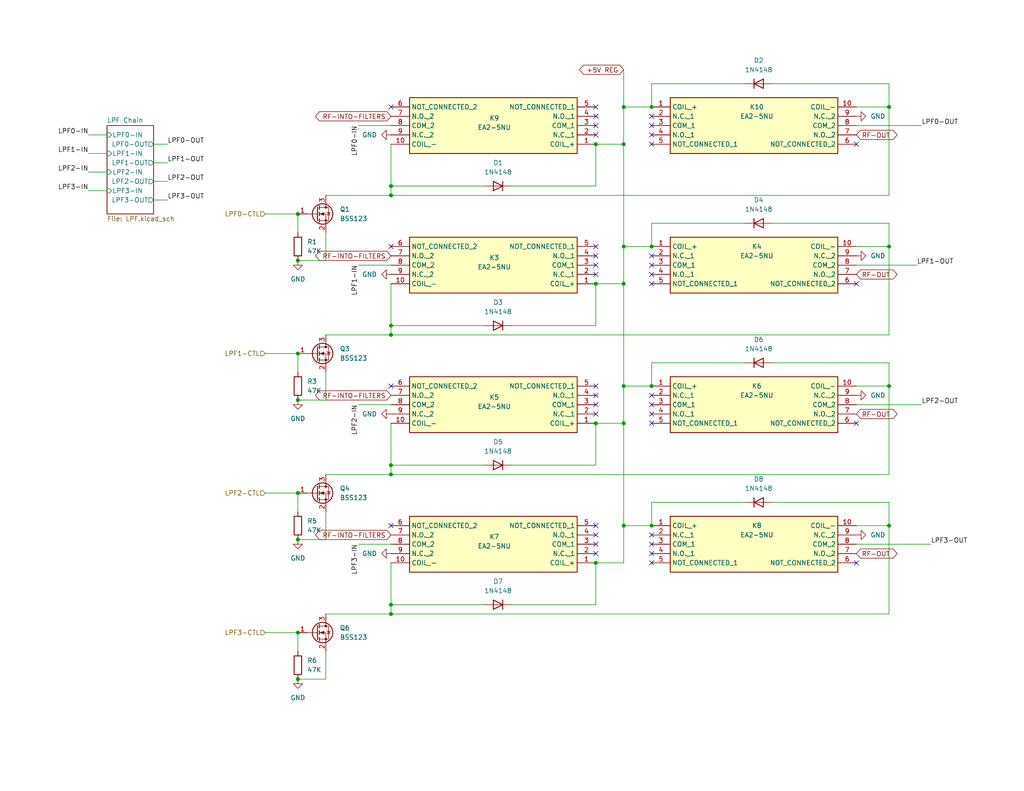
<source format=kicad_sch>
(kicad_sch (version 20231120) (generator "eeschema") (generator_version "8.0")
  (paper "USLetter")
  (title_block (title "QMX+ Amp") (date "2024-08-13") (rev "v0.6") (company "WA7GIL"))
  (lib_symbols
    (symbol "Device:R" (pin_numbers hide) (pin_names (offset 0))
      (property "Reference" "R" (at 2.032 0 90))
      (property "Value" "R" (at 0 0 90))
      (symbol "R_0_1"
        (rectangle (start -1.016 -2.54) (end 1.016 2.54) (stroke (width 0.254)))
      )
      (symbol "R_1_1"
        (pin passive line (at 0 3.81 270) (length 1.27) (name "~") (number "1"))
        (pin passive line (at 0 -3.81 90) (length 1.27) (name "~") (number "2"))
      )
    )
    (symbol "Diode:1N4148" (pin_numbers hide) (pin_names hide)
      (property "Reference" "D" (at 0 2.54 0))
      (property "Value" "1N4148" (at 0 -2.54 0))
      (symbol "1N4148_0_1"
        (polyline (pts (xy -1.27 1.27) (xy -1.27 -1.27)) (stroke (width 0.254)))
        (polyline (pts (xy 1.27 0) (xy -1.27 0)))
        (polyline (pts (xy 1.27 1.27) (xy 1.27 -1.27) (xy -1.27 0) (xy 1.27 1.27)) (stroke (width 0.254)))
      )
      (symbol "1N4148_1_1"
        (pin passive line (at -3.81 0 0) (length 2.54) (name "K") (number "1"))
        (pin passive line (at 3.81 0 180) (length 2.54) (name "A") (number "2"))
      )
    )
    (symbol "Transistor_FET:BSS123" (pin_names hide)
      (property "Reference" "Q" (at 5.08 1.905 0))
      (property "Value" "BSS123" (at 5.08 0 0))
      (symbol "BSS123_0_1"
        (polyline (pts (xy 0.254 0) (xy -2.54 0)))
        (polyline (pts (xy 0.254 1.905) (xy 0.254 -1.905)) (stroke (width 0.254)))
        (polyline (pts (xy 0.762 -1.27) (xy 0.762 -2.286)) (stroke (width 0.254)))
        (polyline (pts (xy 0.762 0.508) (xy 0.762 -0.508)) (stroke (width 0.254)))
        (polyline (pts (xy 0.762 2.286) (xy 0.762 1.27)) (stroke (width 0.254)))
        (polyline (pts (xy 2.54 2.54) (xy 2.54 1.778)))
        (polyline (pts (xy 2.54 -2.54) (xy 2.54 0) (xy 0.762 0)))
        (polyline (pts (xy 0.762 -1.778) (xy 3.302 -1.778) (xy 3.302 1.778) (xy 0.762 1.778)))
        (polyline (pts (xy 1.016 0) (xy 2.032 0.381) (xy 2.032 -0.381) (xy 1.016 0)) (fill (type outline)))
        (polyline (pts (xy 2.794 0.508) (xy 2.921 0.381) (xy 3.683 0.381) (xy 3.81 0.254)))
        (polyline (pts (xy 3.302 0.381) (xy 2.921 -0.254) (xy 3.683 -0.254) (xy 3.302 0.381)))
        (circle (center 1.651 0) (radius 2.794) (stroke (width 0.254)))
        (circle (center 2.54 -1.778) (radius 0.254) (fill (type outline)))
        (circle (center 2.54 1.778) (radius 0.254) (fill (type outline)))
      )
      (symbol "BSS123_1_1"
        (pin input line (at -5.08 0 0) (length 2.54) (name "G") (number "1"))
        (pin passive line (at 2.54 -5.08 90) (length 2.54) (name "S") (number "2"))
        (pin passive line (at 2.54 5.08 270) (length 2.54) (name "D") (number "3"))
      )
    )
    (symbol "ZZZMyLibrary:EA2-5NU"
      (property "Reference" "K" (at 52.07 7.62 0))
      (property "Value" "EA2-5NU" (at 52.07 5.08 0))
      (symbol "EA2-5NU_1_1"
        (rectangle (start 5.08 2.54) (end 50.8 -12.7) (stroke (width 0.254)) (fill (type background)))
        (pin passive line (at 0 0 0) (length 5.08) (name "COIL_+") (number "1"))
        (pin passive line (at 55.88 0 180) (length 5.08) (name "COIL_-") (number "10"))
        (pin passive line (at 0 -2.54 0) (length 5.08) (name "N.C._1") (number "2"))
        (pin passive line (at 0 -5.08 0) (length 5.08) (name "COM_1") (number "3"))
        (pin passive line (at 0 -7.62 0) (length 5.08) (name "N.O._1") (number "4"))
        (pin passive line (at 0 -10.16 0) (length 5.08) (name "NOT_CONNECTED_1") (number "5"))
        (pin passive line (at 55.88 -10.16 180) (length 5.08) (name "NOT_CONNECTED_2") (number "6"))
        (pin passive line (at 55.88 -7.62 180) (length 5.08) (name "N.O._2") (number "7"))
        (pin passive line (at 55.88 -5.08 180) (length 5.08) (name "COM_2") (number "8"))
        (pin passive line (at 55.88 -2.54 180) (length 5.08) (name "N.C._2") (number "9"))
      )
    )
    (symbol "power:GND" (power) (pin_numbers hide) (pin_names (offset 0) hide)
      (property "Value" "GND" (at 0 -3.81 0))
      (symbol "GND_0_1"
        (polyline (pts (xy 0 0) (xy 0 -1.27) (xy 1.27 -1.27) (xy 0 -2.54) (xy -1.27 -1.27) (xy 0 -1.27)))
      )
      (symbol "GND_1_1"
        (pin power_in line (at 0 0 270) (length 0) (name "~") (number "1"))
      )
    )
  )
  (junction (at 170.18 29.21))
  (junction (at 170.18 39.37))
  (junction (at 177.8 105.41))
  (junction (at 81.28 109.22))
  (junction (at 177.8 67.31))
  (junction (at 170.18 143.51))
  (junction (at 170.18 67.31))
  (junction (at 242.57 105.41))
  (junction (at 106.68 167.64))
  (junction (at 106.68 50.8))
  (junction (at 242.57 29.21))
  (junction (at 242.57 143.51))
  (junction (at 106.68 165.1))
  (junction (at 162.56 153.67))
  (junction (at 162.56 115.57))
  (junction (at 162.56 39.37))
  (junction (at 106.68 129.54))
  (junction (at 106.68 91.44))
  (junction (at 81.28 58.42))
  (junction (at 170.18 105.41))
  (junction (at 170.18 115.57))
  (junction (at 81.28 71.12))
  (junction (at 81.28 147.32))
  (junction (at 242.57 67.31))
  (junction (at 81.28 185.42))
  (junction (at 170.18 77.47))
  (junction (at 106.68 127))
  (junction (at 81.28 134.62))
  (junction (at 106.68 88.9))
  (junction (at 81.28 172.72))
  (junction (at 162.56 77.47))
  (junction (at 106.68 53.34))
  (junction (at 177.8 143.51))
  (junction (at 81.28 96.52))
  (junction (at 177.8 29.21))
  (no_connect (at 177.8 115.57))
  (no_connect (at 162.56 143.51))
  (no_connect (at 162.56 107.95))
  (no_connect (at 106.68 105.41))
  (no_connect (at 106.68 67.31))
  (no_connect (at 177.8 74.93))
  (no_connect (at 177.8 113.03))
  (no_connect (at 177.8 107.95))
  (no_connect (at 162.56 72.39))
  (no_connect (at 106.68 143.51))
  (no_connect (at 162.56 69.85))
  (no_connect (at 177.8 36.83))
  (no_connect (at 162.56 74.93))
  (no_connect (at 177.8 72.39))
  (no_connect (at 177.8 34.29))
  (no_connect (at 162.56 29.21))
  (no_connect (at 162.56 34.29))
  (no_connect (at 233.68 115.57))
  (no_connect (at 177.8 110.49))
  (no_connect (at 162.56 148.59))
  (no_connect (at 233.68 39.37))
  (no_connect (at 177.8 31.75))
  (no_connect (at 177.8 77.47))
  (no_connect (at 106.68 29.21))
  (no_connect (at 162.56 67.31))
  (no_connect (at 177.8 69.85))
  (no_connect (at 162.56 110.49))
  (no_connect (at 162.56 146.05))
  (no_connect (at 177.8 151.13))
  (no_connect (at 177.8 153.67))
  (no_connect (at 233.68 77.47))
  (no_connect (at 177.8 146.05))
  (no_connect (at 177.8 148.59))
  (no_connect (at 162.56 151.13))
  (no_connect (at 162.56 105.41))
  (no_connect (at 162.56 113.03))
  (no_connect (at 162.56 31.75))
  (no_connect (at 162.56 36.83))
  (no_connect (at 233.68 153.67))
  (no_connect (at 177.8 39.37))
  (wire (pts (xy 132.08 50.8) (xy 106.68 50.8)))
  (wire (pts (xy 106.68 167.64) (xy 106.68 165.1)))
  (wire (pts (xy 72.39 96.52) (xy 81.28 96.52)))
  (wire (pts (xy 242.57 67.31) (xy 233.68 67.31)))
  (wire (pts (xy 170.18 77.47) (xy 162.56 77.47)))
  (wire (pts (xy 97.79 34.29) (xy 106.68 34.29)))
  (wire (pts (xy 88.9 129.54) (xy 106.68 129.54)))
  (wire (pts (xy 81.28 134.62) (xy 81.28 139.7)))
  (wire (pts (xy 106.68 91.44) (xy 106.68 88.9)))
  (wire (pts (xy 170.18 67.31) (xy 177.8 67.31)))
  (wire (pts (xy 41.91 39.37) (xy 45.72 39.37)))
  (wire (pts (xy 88.9 71.12) (xy 81.28 71.12)))
  (wire (pts (xy 72.39 134.62) (xy 81.28 134.62)))
  (wire (pts (xy 106.68 167.64) (xy 242.57 167.64)))
  (wire (pts (xy 72.39 172.72) (xy 81.28 172.72)))
  (wire (pts (xy 210.82 137.16) (xy 242.57 137.16)))
  (wire (pts (xy 242.57 60.96) (xy 242.57 67.31)))
  (wire (pts (xy 242.57 91.44) (xy 242.57 67.31)))
  (wire (pts (xy 41.91 44.45) (xy 45.72 44.45)))
  (wire (pts (xy 88.9 53.34) (xy 106.68 53.34)))
  (wire (pts (xy 81.28 172.72) (xy 81.28 177.8)))
  (wire (pts (xy 106.68 129.54) (xy 106.68 127)))
  (wire (pts (xy 41.91 49.53) (xy 45.72 49.53)))
  (wire (pts (xy 233.68 72.39) (xy 250.19 72.39)))
  (wire (pts (xy 170.18 67.31) (xy 170.18 77.47)))
  (wire (pts (xy 242.57 137.16) (xy 242.57 143.51)))
  (wire (pts (xy 24.13 46.99) (xy 29.21 46.99)))
  (wire (pts (xy 24.13 52.07) (xy 29.21 52.07)))
  (wire (pts (xy 81.28 96.52) (xy 81.28 101.6)))
  (wire (pts (xy 106.68 50.8) (xy 106.68 39.37)))
  (wire (pts (xy 106.68 88.9) (xy 106.68 77.47)))
  (wire (pts (xy 162.56 165.1) (xy 162.56 153.67)))
  (wire (pts (xy 177.8 137.16) (xy 177.8 143.51)))
  (wire (pts (xy 242.57 143.51) (xy 233.68 143.51)))
  (wire (pts (xy 203.2 137.16) (xy 177.8 137.16)))
  (wire (pts (xy 88.9 167.64) (xy 106.68 167.64)))
  (wire (pts (xy 177.8 99.06) (xy 177.8 105.41)))
  (wire (pts (xy 170.18 29.21) (xy 170.18 39.37)))
  (wire (pts (xy 170.18 143.51) (xy 170.18 153.67)))
  (wire (pts (xy 233.68 110.49) (xy 251.46 110.49)))
  (wire (pts (xy 139.7 50.8) (xy 162.56 50.8)))
  (wire (pts (xy 177.8 60.96) (xy 177.8 67.31)))
  (wire (pts (xy 162.56 127) (xy 162.56 115.57)))
  (wire (pts (xy 203.2 60.96) (xy 177.8 60.96)))
  (wire (pts (xy 139.7 127) (xy 162.56 127)))
  (wire (pts (xy 242.57 105.41) (xy 233.68 105.41)))
  (wire (pts (xy 97.79 72.39) (xy 106.68 72.39)))
  (wire (pts (xy 233.68 34.29) (xy 251.46 34.29)))
  (wire (pts (xy 170.18 143.51) (xy 170.18 115.57)))
  (wire (pts (xy 170.18 19.05) (xy 170.18 29.21)))
  (wire (pts (xy 97.79 110.49) (xy 106.68 110.49)))
  (wire (pts (xy 139.7 88.9) (xy 162.56 88.9)))
  (wire (pts (xy 242.57 167.64) (xy 242.57 143.51)))
  (wire (pts (xy 132.08 88.9) (xy 106.68 88.9)))
  (wire (pts (xy 41.91 54.61) (xy 45.72 54.61)))
  (wire (pts (xy 170.18 105.41) (xy 170.18 77.47)))
  (wire (pts (xy 24.13 41.91) (xy 29.21 41.91)))
  (wire (pts (xy 106.68 53.34) (xy 106.68 50.8)))
  (wire (pts (xy 88.9 91.44) (xy 106.68 91.44)))
  (wire (pts (xy 162.56 88.9) (xy 162.56 77.47)))
  (wire (pts (xy 170.18 67.31) (xy 170.18 39.37)))
  (wire (pts (xy 106.68 129.54) (xy 242.57 129.54)))
  (wire (pts (xy 203.2 99.06) (xy 177.8 99.06)))
  (wire (pts (xy 88.9 147.32) (xy 81.28 147.32)))
  (wire (pts (xy 210.82 60.96) (xy 242.57 60.96)))
  (wire (pts (xy 106.68 91.44) (xy 242.57 91.44)))
  (wire (pts (xy 88.9 177.8) (xy 88.9 185.42)))
  (wire (pts (xy 97.79 148.59) (xy 106.68 148.59)))
  (wire (pts (xy 170.18 143.51) (xy 177.8 143.51)))
  (wire (pts (xy 170.18 105.41) (xy 170.18 115.57)))
  (wire (pts (xy 170.18 105.41) (xy 177.8 105.41)))
  (wire (pts (xy 132.08 165.1) (xy 106.68 165.1)))
  (wire (pts (xy 88.9 139.7) (xy 88.9 147.32)))
  (wire (pts (xy 24.13 36.83) (xy 29.21 36.83)))
  (wire (pts (xy 88.9 109.22) (xy 81.28 109.22)))
  (wire (pts (xy 132.08 127) (xy 106.68 127)))
  (wire (pts (xy 233.68 148.59) (xy 254 148.59)))
  (wire (pts (xy 88.9 185.42) (xy 81.28 185.42)))
  (wire (pts (xy 242.57 22.86) (xy 242.57 29.21)))
  (wire (pts (xy 106.68 165.1) (xy 106.68 153.67)))
  (wire (pts (xy 242.57 129.54) (xy 242.57 105.41)))
  (wire (pts (xy 106.68 127) (xy 106.68 115.57)))
  (wire (pts (xy 170.18 153.67) (xy 162.56 153.67)))
  (wire (pts (xy 106.68 53.34) (xy 242.57 53.34)))
  (wire (pts (xy 162.56 50.8) (xy 162.56 39.37)))
  (wire (pts (xy 210.82 22.86) (xy 242.57 22.86)))
  (wire (pts (xy 88.9 101.6) (xy 88.9 109.22)))
  (wire (pts (xy 242.57 99.06) (xy 242.57 105.41)))
  (wire (pts (xy 72.39 58.42) (xy 81.28 58.42)))
  (wire (pts (xy 81.28 58.42) (xy 81.28 63.5)))
  (wire (pts (xy 210.82 99.06) (xy 242.57 99.06)))
  (wire (pts (xy 170.18 29.21) (xy 177.8 29.21)))
  (wire (pts (xy 242.57 53.34) (xy 242.57 29.21)))
  (wire (pts (xy 177.8 22.86) (xy 177.8 29.21)))
  (wire (pts (xy 242.57 29.21) (xy 233.68 29.21)))
  (wire (pts (xy 139.7 165.1) (xy 162.56 165.1)))
  (wire (pts (xy 162.56 39.37) (xy 170.18 39.37)))
  (wire (pts (xy 170.18 115.57) (xy 162.56 115.57)))
  (wire (pts (xy 88.9 63.5) (xy 88.9 71.12)))
  (wire (pts (xy 203.2 22.86) (xy 177.8 22.86)))
  (label "LPF0-IN" (at 24.13 36.83 180))
  (label "LPF3-IN" (at 97.79 148.59 270))
  (label "LPF0-OUT" (at 251.46 34.29 0))
  (label "LPF2-IN" (at 24.13 46.99 180))
  (label "LPF3-OUT" (at 254 148.59 0))
  (label "LPF1-IN" (at 97.79 72.39 270))
  (label "LPF0-IN" (at 97.79 34.29 270))
  (label "LPF0-OUT" (at 45.72 39.37 0))
  (label "LPF3-IN" (at 24.13 52.07 180))
  (label "LPF2-OUT" (at 45.72 49.53 0))
  (label "LPF1-OUT" (at 250.19 72.39 0))
  (label "LPF1-IN" (at 24.13 41.91 180))
  (label "LPF2-OUT" (at 251.46 110.49 0))
  (label "LPF2-IN" (at 97.79 110.49 270))
  (label "LPF1-OUT" (at 45.72 44.45 0))
  (label "LPF3-OUT" (at 45.72 54.61 0))
  (global_label "+5V REG" (shape bidirectional) (at 170.18 19.05 180) (property "Intersheetrefs" "${INTERSHEET_REFS}" (effects (hide yes))))
  (global_label "RF-OUT" (shape bidirectional) (at 233.68 151.13 0) (property "Intersheetrefs" "${INTERSHEET_REFS}" (effects (hide yes))))
  (global_label "RF-INTO-FILTERS" (shape bidirectional) (at 106.68 146.05 180) (property "Intersheetrefs" "${INTERSHEET_REFS}" (effects (hide yes))))
  (global_label "RF-INTO-FILTERS" (shape bidirectional) (at 106.68 107.95 180) (property "Intersheetrefs" "${INTERSHEET_REFS}" (effects (hide yes))))
  (global_label "RF-OUT" (shape bidirectional) (at 233.68 74.93 0) (property "Intersheetrefs" "${INTERSHEET_REFS}" (effects (hide yes))))
  (global_label "RF-INTO-FILTERS" (shape bidirectional) (at 106.68 69.85 180) (property "Intersheetrefs" "${INTERSHEET_REFS}" (effects (hide yes))))
  (global_label "RF-INTO-FILTERS" (shape bidirectional) (at 106.68 31.75 180) (property "Intersheetrefs" "${INTERSHEET_REFS}" (effects (hide yes))))
  (global_label "RF-OUT" (shape bidirectional) (at 233.68 113.03 0) (property "Intersheetrefs" "${INTERSHEET_REFS}" (effects (hide yes))))
  (global_label "RF-OUT" (shape bidirectional) (at 233.68 36.83 0) (property "Intersheetrefs" "${INTERSHEET_REFS}" (effects (hide yes))))
  (hierarchical_label "LPF0-CTL" (shape input) (at 72.39 58.42 180))
  (hierarchical_label "LPF2-CTL" (shape input) (at 72.39 134.62 180))
  (hierarchical_label "LPF1-CTL" (shape input) (at 72.39 96.52 180))
  (hierarchical_label "LPF3-CTL" (shape input) (at 72.39 172.72 180))
  (symbol (lib_id "power:GND") (at 233.68 31.75 90) (unit 1)
    (property "Reference" "#PWR01" (effects (hide yes)))
    (property "Value" "GND" (at 237.49 31.7499 90) (effects (justify right)))
    (property "Description" "Power symbol creates a global label with name \"GND\" , ground" (effects (hide yes)))
  )
  (symbol (lib_id "ZZZMyLibrary:EA2-5NU") (at 177.8 67.31 0) (unit 1)
    (property "Reference" "K4" (at 206.502 67.31 0))
    (property "Value" "EA2-5NU" (at 206.502 69.85 0))
    (property "Footprint" "DIPS762W70P254L1420H540Q10N" (effects (hide yes)))
    (property "Datasheet" "https://content.kemet.com/datasheets/KEM_R7001_EA2_EB2.pdf" (effects (hide yes)))
    (property "Description" "KEMET, EA2, Relays, Signal, 5 V, 220 V, 250 VAC, 1 A, 75 mOhms, 1 GOhms, 14.2mm, 9.2mm, 5.4mm" (effects (hide yes)))
    (property "Height" "5.4" (effects (hide yes)))
    (property "Mouser Part Number" "551-EA2-5NU" (effects (hide yes)))
    (property "Mouser Price/Stock" "https://www.mouser.co.uk/ProductDetail/KEMET/EA2-5NU?qs=UeqeubEbzTX2QGWq8LyCiw%3D%3D" (effects (hide yes)))
    (property "Manufacturer_Name" "KEMET" (effects (hide yes)))
    (property "Manufacturer_Part_Number" "EA2-5NU" (effects (hide yes)))
  )
  (symbol (lib_id "Device:R") (at 81.28 105.41 0) (unit 1)
    (property "Reference" "R3" (at 83.82 104.1399 0) (effects (justify left)))
    (property "Value" "47K" (at 83.82 106.6799 0) (effects (justify left)))
    (property "Description" "Resistor" (effects (hide yes)))
  )
  (symbol (lib_id "Diode:1N4148") (at 135.89 88.9 180) (unit 1)
    (property "Reference" "D3" (at 135.89 82.55 0))
    (property "Value" "1N4148" (at 135.89 85.09 0))
    (property "Footprint" "Diode_THT:D_DO-35_SOD27_P7.62mm_Horizontal" (effects (hide yes)))
    (property "Datasheet" "https://assets.nexperia.com/documents/data-sheet/1N4148_1N4448.pdf" (effects (hide yes)))
    (property "Description" "100V 0.15A standard switching diode, DO-35" (effects (hide yes)))
    (property "Sim.Device" "D" (effects (hide yes)))
    (property "Sim.Pins" "1=K 2=A" (effects (hide yes)))
  )
  (symbol (lib_id "Transistor_FET:BSS123") (at 86.36 172.72 0) (unit 1)
    (property "Reference" "Q6" (at 92.71 171.4499 0) (effects (justify left)))
    (property "Value" "BSS123" (at 92.71 173.9899 0) (effects (justify left)))
    (property "Footprint" "Package_TO_SOT_SMD:SOT-23" (effects (hide yes)))
    (property "Datasheet" "http://www.diodes.com/assets/Datasheets/ds30366.pdf" (effects (hide yes)))
    (property "Description" "0.17A Id, 100V Vds, N-Channel MOSFET, SOT-23" (effects (hide yes)))
  )
  (symbol (lib_id "power:GND") (at 106.68 151.13 270) (unit 1)
    (property "Reference" "#PWR050" (effects (hide yes)))
    (property "Value" "GND" (at 102.87 151.1299 90) (effects (justify right)))
    (property "Description" "Power symbol creates a global label with name \"GND\" , ground" (effects (hide yes)))
  )
  (symbol (lib_id "ZZZMyLibrary:EA2-5NU") (at 162.56 115.57 180) (unit 1)
    (property "Reference" "K5" (at 134.874 108.458 0))
    (property "Value" "EA2-5NU" (at 134.874 110.998 0))
    (property "Footprint" "DIPS762W70P254L1420H540Q10N" (effects (hide yes)))
    (property "Datasheet" "https://content.kemet.com/datasheets/KEM_R7001_EA2_EB2.pdf" (effects (hide yes)))
    (property "Description" "KEMET, EA2, Relays, Signal, 5 V, 220 V, 250 VAC, 1 A, 75 mOhms, 1 GOhms, 14.2mm, 9.2mm, 5.4mm" (effects (hide yes)))
    (property "Height" "5.4" (effects (hide yes)))
    (property "Mouser Part Number" "551-EA2-5NU" (effects (hide yes)))
    (property "Mouser Price/Stock" "https://www.mouser.co.uk/ProductDetail/KEMET/EA2-5NU?qs=UeqeubEbzTX2QGWq8LyCiw%3D%3D" (effects (hide yes)))
    (property "Manufacturer_Name" "KEMET" (effects (hide yes)))
    (property "Manufacturer_Part_Number" "EA2-5NU" (effects (hide yes)))
  )
  (symbol (lib_id "Transistor_FET:BSS123") (at 86.36 58.42 0) (unit 1)
    (property "Reference" "Q1" (at 92.71 57.1499 0) (effects (justify left)))
    (property "Value" "BSS123" (at 92.71 59.6899 0) (effects (justify left)))
    (property "Footprint" "Package_TO_SOT_SMD:SOT-23" (effects (hide yes)))
    (property "Datasheet" "http://www.diodes.com/assets/Datasheets/ds30366.pdf" (effects (hide yes)))
    (property "Description" "0.17A Id, 100V Vds, N-Channel MOSFET, SOT-23" (effects (hide yes)))
  )
  (symbol (lib_id "Transistor_FET:BSS123") (at 86.36 96.52 0) (unit 1)
    (property "Reference" "Q3" (at 92.71 95.2499 0) (effects (justify left)))
    (property "Value" "BSS123" (at 92.71 97.7899 0) (effects (justify left)))
    (property "Footprint" "Package_TO_SOT_SMD:SOT-23" (effects (hide yes)))
    (property "Datasheet" "http://www.diodes.com/assets/Datasheets/ds30366.pdf" (effects (hide yes)))
    (property "Description" "0.17A Id, 100V Vds, N-Channel MOSFET, SOT-23" (effects (hide yes)))
  )
  (symbol (lib_id "ZZZMyLibrary:EA2-5NU") (at 177.8 105.41 0) (unit 1)
    (property "Reference" "K6" (at 206.502 105.41 0))
    (property "Value" "EA2-5NU" (at 206.502 107.95 0))
    (property "Footprint" "DIPS762W70P254L1420H540Q10N" (effects (hide yes)))
    (property "Datasheet" "https://content.kemet.com/datasheets/KEM_R7001_EA2_EB2.pdf" (effects (hide yes)))
    (property "Description" "KEMET, EA2, Relays, Signal, 5 V, 220 V, 250 VAC, 1 A, 75 mOhms, 1 GOhms, 14.2mm, 9.2mm, 5.4mm" (effects (hide yes)))
    (property "Height" "5.4" (effects (hide yes)))
    (property "Mouser Part Number" "551-EA2-5NU" (effects (hide yes)))
    (property "Mouser Price/Stock" "https://www.mouser.co.uk/ProductDetail/KEMET/EA2-5NU?qs=UeqeubEbzTX2QGWq8LyCiw%3D%3D" (effects (hide yes)))
    (property "Manufacturer_Name" "KEMET" (effects (hide yes)))
    (property "Manufacturer_Part_Number" "EA2-5NU" (effects (hide yes)))
  )
  (symbol (lib_id "power:GND") (at 233.68 146.05 90) (unit 1)
    (property "Reference" "#PWR048" (effects (hide yes)))
    (property "Value" "GND" (at 237.49 146.0499 90) (effects (justify right)))
    (property "Description" "Power symbol creates a global label with name \"GND\" , ground" (effects (hide yes)))
  )
  (symbol (lib_id "ZZZMyLibrary:EA2-5NU") (at 177.8 29.21 0) (unit 1)
    (property "Reference" "K10" (at 206.502 29.21 0))
    (property "Value" "EA2-5NU" (at 206.502 31.75 0))
    (property "Footprint" "DIPS762W70P254L1420H540Q10N" (effects (hide yes)))
    (property "Datasheet" "https://content.kemet.com/datasheets/KEM_R7001_EA2_EB2.pdf" (effects (hide yes)))
    (property "Description" "KEMET, EA2, Relays, Signal, 5 V, 220 V, 250 VAC, 1 A, 75 mOhms, 1 GOhms, 14.2mm, 9.2mm, 5.4mm" (effects (hide yes)))
    (property "Height" "5.4" (effects (hide yes)))
    (property "Mouser Part Number" "551-EA2-5NU" (effects (hide yes)))
    (property "Mouser Price/Stock" "https://www.mouser.co.uk/ProductDetail/KEMET/EA2-5NU?qs=UeqeubEbzTX2QGWq8LyCiw%3D%3D" (effects (hide yes)))
    (property "Manufacturer_Name" "KEMET" (effects (hide yes)))
    (property "Manufacturer_Part_Number" "EA2-5NU" (effects (hide yes)))
  )
  (symbol (lib_id "ZZZMyLibrary:EA2-5NU") (at 162.56 153.67 180) (unit 1)
    (property "Reference" "K7" (at 134.874 146.558 0))
    (property "Value" "EA2-5NU" (at 134.874 149.098 0))
    (property "Footprint" "DIPS762W70P254L1420H540Q10N" (effects (hide yes)))
    (property "Datasheet" "https://content.kemet.com/datasheets/KEM_R7001_EA2_EB2.pdf" (effects (hide yes)))
    (property "Description" "KEMET, EA2, Relays, Signal, 5 V, 220 V, 250 VAC, 1 A, 75 mOhms, 1 GOhms, 14.2mm, 9.2mm, 5.4mm" (effects (hide yes)))
    (property "Height" "5.4" (effects (hide yes)))
    (property "Mouser Part Number" "551-EA2-5NU" (effects (hide yes)))
    (property "Mouser Price/Stock" "https://www.mouser.co.uk/ProductDetail/KEMET/EA2-5NU?qs=UeqeubEbzTX2QGWq8LyCiw%3D%3D" (effects (hide yes)))
    (property "Manufacturer_Name" "KEMET" (effects (hide yes)))
    (property "Manufacturer_Part_Number" "EA2-5NU" (effects (hide yes)))
  )
  (symbol (lib_id "Transistor_FET:BSS123") (at 86.36 134.62 0) (unit 1)
    (property "Reference" "Q4" (at 92.71 133.3499 0) (effects (justify left)))
    (property "Value" "BSS123" (at 92.71 135.8899 0) (effects (justify left)))
    (property "Footprint" "Package_TO_SOT_SMD:SOT-23" (effects (hide yes)))
    (property "Datasheet" "http://www.diodes.com/assets/Datasheets/ds30366.pdf" (effects (hide yes)))
    (property "Description" "0.17A Id, 100V Vds, N-Channel MOSFET, SOT-23" (effects (hide yes)))
  )
  (symbol (lib_id "power:GND") (at 81.28 185.42 0) (unit 1)
    (property "Reference" "#PWR07" (effects (hide yes)))
    (property "Value" "GND" (at 81.28 190.5 0))
    (property "Description" "Power symbol creates a global label with name \"GND\" , ground" (effects (hide yes)))
  )
  (symbol (lib_id "power:GND") (at 233.68 107.95 90) (unit 1)
    (property "Reference" "#PWR047" (effects (hide yes)))
    (property "Value" "GND" (at 237.49 107.9499 90) (effects (justify right)))
    (property "Description" "Power symbol creates a global label with name \"GND\" , ground" (effects (hide yes)))
  )
  (symbol (lib_id "Device:R") (at 81.28 67.31 0) (unit 1)
    (property "Reference" "R1" (at 83.82 66.0399 0) (effects (justify left)))
    (property "Value" "47K" (at 83.82 68.5799 0) (effects (justify left)))
    (property "Description" "Resistor" (effects (hide yes)))
  )
  (symbol (lib_id "power:GND") (at 106.68 74.93 270) (unit 1)
    (property "Reference" "#PWR09" (effects (hide yes)))
    (property "Value" "GND" (at 102.87 74.9299 90) (effects (justify right)))
    (property "Description" "Power symbol creates a global label with name \"GND\" , ground" (effects (hide yes)))
  )
  (symbol (lib_id "Device:R") (at 81.28 143.51 0) (unit 1)
    (property "Reference" "R5" (at 83.82 142.2399 0) (effects (justify left)))
    (property "Value" "47K" (at 83.82 144.7799 0) (effects (justify left)))
    (property "Description" "Resistor" (effects (hide yes)))
  )
  (symbol (lib_id "power:GND") (at 233.68 69.85 90) (unit 1)
    (property "Reference" "#PWR046" (effects (hide yes)))
    (property "Value" "GND" (at 237.49 69.8499 90) (effects (justify right)))
    (property "Description" "Power symbol creates a global label with name \"GND\" , ground" (effects (hide yes)))
  )
  (symbol (lib_id "power:GND") (at 106.68 36.83 270) (unit 1)
    (property "Reference" "#PWR08" (effects (hide yes)))
    (property "Value" "GND" (at 102.87 36.8299 90) (effects (justify right)))
    (property "Description" "Power symbol creates a global label with name \"GND\" , ground" (effects (hide yes)))
  )
  (symbol (lib_id "Diode:1N4148") (at 207.01 137.16 0) (unit 1)
    (property "Reference" "D8" (at 207.01 130.81 0))
    (property "Value" "1N4148" (at 207.01 133.35 0))
    (property "Footprint" "Diode_THT:D_DO-35_SOD27_P7.62mm_Horizontal" (effects (hide yes)))
    (property "Datasheet" "https://assets.nexperia.com/documents/data-sheet/1N4148_1N4448.pdf" (effects (hide yes)))
    (property "Description" "100V 0.15A standard switching diode, DO-35" (effects (hide yes)))
    (property "Sim.Device" "D" (effects (hide yes)))
    (property "Sim.Pins" "1=K 2=A" (effects (hide yes)))
  )
  (symbol (lib_id "Diode:1N4148") (at 135.89 165.1 180) (unit 1)
    (property "Reference" "D7" (at 135.89 158.75 0))
    (property "Value" "1N4148" (at 135.89 161.29 0))
    (property "Footprint" "Diode_THT:D_DO-35_SOD27_P7.62mm_Horizontal" (effects (hide yes)))
    (property "Datasheet" "https://assets.nexperia.com/documents/data-sheet/1N4148_1N4448.pdf" (effects (hide yes)))
    (property "Description" "100V 0.15A standard switching diode, DO-35" (effects (hide yes)))
    (property "Sim.Device" "D" (effects (hide yes)))
    (property "Sim.Pins" "1=K 2=A" (effects (hide yes)))
  )
  (symbol (lib_id "Diode:1N4148") (at 207.01 99.06 0) (unit 1)
    (property "Reference" "D6" (at 207.01 92.71 0))
    (property "Value" "1N4148" (at 207.01 95.25 0))
    (property "Footprint" "Diode_THT:D_DO-35_SOD27_P7.62mm_Horizontal" (effects (hide yes)))
    (property "Datasheet" "https://assets.nexperia.com/documents/data-sheet/1N4148_1N4448.pdf" (effects (hide yes)))
    (property "Description" "100V 0.15A standard switching diode, DO-35" (effects (hide yes)))
    (property "Sim.Device" "D" (effects (hide yes)))
    (property "Sim.Pins" "1=K 2=A" (effects (hide yes)))
  )
  (symbol (lib_id "ZZZMyLibrary:EA2-5NU") (at 162.56 77.47 180) (unit 1)
    (property "Reference" "K3" (at 134.874 70.358 0))
    (property "Value" "EA2-5NU" (at 134.874 72.898 0))
    (property "Footprint" "DIPS762W70P254L1420H540Q10N" (effects (hide yes)))
    (property "Datasheet" "https://content.kemet.com/datasheets/KEM_R7001_EA2_EB2.pdf" (effects (hide yes)))
    (property "Description" "KEMET, EA2, Relays, Signal, 5 V, 220 V, 250 VAC, 1 A, 75 mOhms, 1 GOhms, 14.2mm, 9.2mm, 5.4mm" (effects (hide yes)))
    (property "Height" "5.4" (effects (hide yes)))
    (property "Mouser Part Number" "551-EA2-5NU" (effects (hide yes)))
    (property "Mouser Price/Stock" "https://www.mouser.co.uk/ProductDetail/KEMET/EA2-5NU?qs=UeqeubEbzTX2QGWq8LyCiw%3D%3D" (effects (hide yes)))
    (property "Manufacturer_Name" "KEMET" (effects (hide yes)))
    (property "Manufacturer_Part_Number" "EA2-5NU" (effects (hide yes)))
  )
  (symbol (lib_id "ZZZMyLibrary:EA2-5NU") (at 162.56 39.37 180) (unit 1)
    (property "Reference" "K9" (at 134.874 32.258 0))
    (property "Value" "EA2-5NU" (at 134.874 34.798 0))
    (property "Footprint" "DIPS762W70P254L1420H540Q10N" (effects (hide yes)))
    (property "Datasheet" "https://content.kemet.com/datasheets/KEM_R7001_EA2_EB2.pdf" (effects (hide yes)))
    (property "Description" "KEMET, EA2, Relays, Signal, 5 V, 220 V, 250 VAC, 1 A, 75 mOhms, 1 GOhms, 14.2mm, 9.2mm, 5.4mm" (effects (hide yes)))
    (property "Height" "5.4" (effects (hide yes)))
    (property "Mouser Part Number" "551-EA2-5NU" (effects (hide yes)))
    (property "Mouser Price/Stock" "https://www.mouser.co.uk/ProductDetail/KEMET/EA2-5NU?qs=UeqeubEbzTX2QGWq8LyCiw%3D%3D" (effects (hide yes)))
    (property "Manufacturer_Name" "KEMET" (effects (hide yes)))
    (property "Manufacturer_Part_Number" "EA2-5NU" (effects (hide yes)))
  )
  (symbol (lib_id "Diode:1N4148") (at 135.89 50.8 180) (unit 1)
    (property "Reference" "D1" (at 135.89 44.45 0))
    (property "Value" "1N4148" (at 135.89 46.99 0))
    (property "Footprint" "Diode_THT:D_DO-35_SOD27_P7.62mm_Horizontal" (effects (hide yes)))
    (property "Datasheet" "https://assets.nexperia.com/documents/data-sheet/1N4148_1N4448.pdf" (effects (hide yes)))
    (property "Description" "100V 0.15A standard switching diode, DO-35" (effects (hide yes)))
    (property "Sim.Device" "D" (effects (hide yes)))
    (property "Sim.Pins" "1=K 2=A" (effects (hide yes)))
  )
  (symbol (lib_id "Diode:1N4148") (at 207.01 22.86 0) (unit 1)
    (property "Reference" "D2" (at 207.01 16.51 0))
    (property "Value" "1N4148" (at 207.01 19.05 0))
    (property "Footprint" "Diode_THT:D_DO-35_SOD27_P7.62mm_Horizontal" (effects (hide yes)))
    (property "Datasheet" "https://assets.nexperia.com/documents/data-sheet/1N4148_1N4448.pdf" (effects (hide yes)))
    (property "Description" "100V 0.15A standard switching diode, DO-35" (effects (hide yes)))
    (property "Sim.Device" "D" (effects (hide yes)))
    (property "Sim.Pins" "1=K 2=A" (effects (hide yes)))
  )
  (symbol (lib_id "Diode:1N4148") (at 135.89 127 180) (unit 1)
    (property "Reference" "D5" (at 135.89 120.65 0))
    (property "Value" "1N4148" (at 135.89 123.19 0))
    (property "Footprint" "Diode_THT:D_DO-35_SOD27_P7.62mm_Horizontal" (effects (hide yes)))
    (property "Datasheet" "https://assets.nexperia.com/documents/data-sheet/1N4148_1N4448.pdf" (effects (hide yes)))
    (property "Description" "100V 0.15A standard switching diode, DO-35" (effects (hide yes)))
    (property "Sim.Device" "D" (effects (hide yes)))
    (property "Sim.Pins" "1=K 2=A" (effects (hide yes)))
  )
  (symbol (lib_id "power:GND") (at 106.68 113.03 270) (unit 1)
    (property "Reference" "#PWR049" (effects (hide yes)))
    (property "Value" "GND" (at 102.87 113.0299 90) (effects (justify right)))
    (property "Description" "Power symbol creates a global label with name \"GND\" , ground" (effects (hide yes)))
  )
  (symbol (lib_id "Device:R") (at 81.28 181.61 0) (unit 1)
    (property "Reference" "R6" (at 83.82 180.3399 0) (effects (justify left)))
    (property "Value" "47K" (at 83.82 182.8799 0) (effects (justify left)))
    (property "Description" "Resistor" (effects (hide yes)))
  )
  (symbol (lib_id "ZZZMyLibrary:EA2-5NU") (at 177.8 143.51 0) (unit 1)
    (property "Reference" "K8" (at 206.502 143.51 0))
    (property "Value" "EA2-5NU" (at 206.502 146.05 0))
    (property "Footprint" "DIPS762W70P254L1420H540Q10N" (effects (hide yes)))
    (property "Datasheet" "https://content.kemet.com/datasheets/KEM_R7001_EA2_EB2.pdf" (effects (hide yes)))
    (property "Description" "KEMET, EA2, Relays, Signal, 5 V, 220 V, 250 VAC, 1 A, 75 mOhms, 1 GOhms, 14.2mm, 9.2mm, 5.4mm" (effects (hide yes)))
    (property "Height" "5.4" (effects (hide yes)))
    (property "Mouser Part Number" "551-EA2-5NU" (effects (hide yes)))
    (property "Mouser Price/Stock" "https://www.mouser.co.uk/ProductDetail/KEMET/EA2-5NU?qs=UeqeubEbzTX2QGWq8LyCiw%3D%3D" (effects (hide yes)))
    (property "Manufacturer_Name" "KEMET" (effects (hide yes)))
    (property "Manufacturer_Part_Number" "EA2-5NU" (effects (hide yes)))
  )
  (symbol (lib_id "power:GND") (at 81.28 71.12 0) (unit 1)
    (property "Reference" "#PWR04" (effects (hide yes)))
    (property "Value" "GND" (at 81.28 76.2 0))
    (property "Description" "Power symbol creates a global label with name \"GND\" , ground" (effects (hide yes)))
  )
  (symbol (lib_id "power:GND") (at 81.28 147.32 0) (unit 1)
    (property "Reference" "#PWR06" (effects (hide yes)))
    (property "Value" "GND" (at 81.28 152.4 0))
    (property "Description" "Power symbol creates a global label with name \"GND\" , ground" (effects (hide yes)))
  )
  (symbol (lib_id "power:GND") (at 81.28 109.22 0) (unit 1)
    (property "Reference" "#PWR05" (effects (hide yes)))
    (property "Value" "GND" (at 81.28 114.3 0))
    (property "Description" "Power symbol creates a global label with name \"GND\" , ground" (effects (hide yes)))
  )
  (symbol (lib_id "Diode:1N4148") (at 207.01 60.96 0) (unit 1)
    (property "Reference" "D4" (at 207.01 54.61 0))
    (property "Value" "1N4148" (at 207.01 57.15 0))
    (property "Footprint" "Diode_THT:D_DO-35_SOD27_P7.62mm_Horizontal" (effects (hide yes)))
    (property "Datasheet" "https://assets.nexperia.com/documents/data-sheet/1N4148_1N4448.pdf" (effects (hide yes)))
    (property "Description" "100V 0.15A standard switching diode, DO-35" (effects (hide yes)))
    (property "Sim.Device" "D" (effects (hide yes)))
    (property "Sim.Pins" "1=K 2=A" (effects (hide yes)))
  )
  (sheet (at 29.21 34.29) (size 12.7 24.13) (stroke (width 0.1524))
    (property "Sheetname" "LPF Chain" (at 29.21 33.5784 0) (effects (justify left bottom)))
    (property "Sheetfile" "LPF.kicad_sch" (at 29.21 59.0046 0) (effects (justify left top)))
    (pin "LPF0-IN" input (at 29.21 36.83 180))
    (pin "LPF0-OUT" output (at 41.91 39.37 0))
    (pin "LPF1-IN" input (at 29.21 41.91 180))
    (pin "LPF2-IN" input (at 29.21 46.99 180))
    (pin "LPF3-IN" input (at 29.21 52.07 180))
    (pin "LPF1-OUT" output (at 41.91 44.45 0))
    (pin "LPF2-OUT" output (at 41.91 49.53 0))
    (pin "LPF3-OUT" output (at 41.91 54.61 0))
  )
)
</source>
